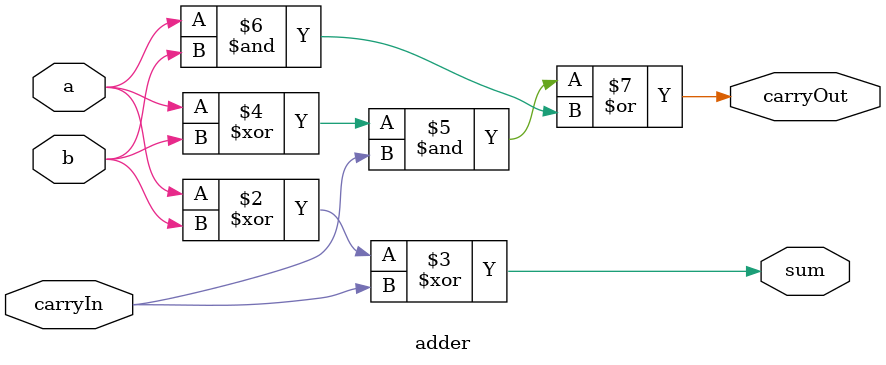
<source format=sv>
module adder(a,b,carryIn,carryOut,sum);
	input logic a,b,carryIn;
	output logic carryOut,sum;

	//assigns the sum of a and b to sum
	//assigns the carry to carryOut
	always_comb begin
		sum <= a ^ b ^ carryIn;
		carryOut <= (a ^ b)&carryIn | (a & b);
	end
endmodule

</source>
